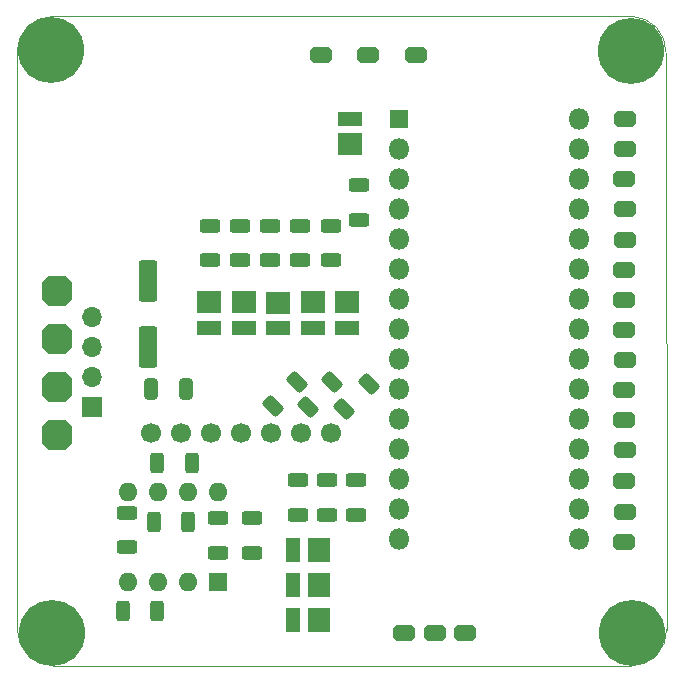
<source format=gts>
G04 #@! TF.GenerationSoftware,KiCad,Pcbnew,(6.0.11)*
G04 #@! TF.CreationDate,2023-03-02T01:09:38+03:00*
G04 #@! TF.ProjectId,Device-1,44657669-6365-42d3-912e-6b696361645f,rev?*
G04 #@! TF.SameCoordinates,Original*
G04 #@! TF.FileFunction,Soldermask,Top*
G04 #@! TF.FilePolarity,Negative*
%FSLAX46Y46*%
G04 Gerber Fmt 4.6, Leading zero omitted, Abs format (unit mm)*
G04 Created by KiCad (PCBNEW (6.0.11)) date 2023-03-02 01:09:38*
%MOMM*%
%LPD*%
G01*
G04 APERTURE LIST*
G04 Aperture macros list*
%AMRoundRect*
0 Rectangle with rounded corners*
0 $1 Rounding radius*
0 $2 $3 $4 $5 $6 $7 $8 $9 X,Y pos of 4 corners*
0 Add a 4 corners polygon primitive as box body*
4,1,4,$2,$3,$4,$5,$6,$7,$8,$9,$2,$3,0*
0 Add four circle primitives for the rounded corners*
1,1,$1+$1,$2,$3*
1,1,$1+$1,$4,$5*
1,1,$1+$1,$6,$7*
1,1,$1+$1,$8,$9*
0 Add four rect primitives between the rounded corners*
20,1,$1+$1,$2,$3,$4,$5,0*
20,1,$1+$1,$4,$5,$6,$7,0*
20,1,$1+$1,$6,$7,$8,$9,0*
20,1,$1+$1,$8,$9,$2,$3,0*%
%AMOutline5P*
0 Free polygon, 5 corners , with rotation*
0 The origin of the aperture is its center*
0 number of corners: always 5*
0 $1 to $10 corner X, Y*
0 $11 Rotation angle, in degrees counterclockwise*
0 create outline with 5 corners*
4,1,5,$1,$2,$3,$4,$5,$6,$7,$8,$9,$10,$1,$2,$11*%
%AMOutline6P*
0 Free polygon, 6 corners , with rotation*
0 The origin of the aperture is its center*
0 number of corners: always 6*
0 $1 to $12 corner X, Y*
0 $13 Rotation angle, in degrees counterclockwise*
0 create outline with 6 corners*
4,1,6,$1,$2,$3,$4,$5,$6,$7,$8,$9,$10,$11,$12,$1,$2,$13*%
%AMOutline7P*
0 Free polygon, 7 corners , with rotation*
0 The origin of the aperture is its center*
0 number of corners: always 7*
0 $1 to $14 corner X, Y*
0 $15 Rotation angle, in degrees counterclockwise*
0 create outline with 7 corners*
4,1,7,$1,$2,$3,$4,$5,$6,$7,$8,$9,$10,$11,$12,$13,$14,$1,$2,$15*%
%AMOutline8P*
0 Free polygon, 8 corners , with rotation*
0 The origin of the aperture is its center*
0 number of corners: always 8*
0 $1 to $16 corner X, Y*
0 $17 Rotation angle, in degrees counterclockwise*
0 create outline with 8 corners*
4,1,8,$1,$2,$3,$4,$5,$6,$7,$8,$9,$10,$11,$12,$13,$14,$15,$16,$1,$2,$17*%
G04 Aperture macros list end*
G04 #@! TA.AperFunction,Profile*
%ADD10C,0.100000*%
G04 #@! TD*
%ADD11RoundRect,0.250000X-0.220971X0.662913X-0.662913X0.220971X0.220971X-0.662913X0.662913X-0.220971X0*%
%ADD12RoundRect,0.250000X-0.550000X1.500000X-0.550000X-1.500000X0.550000X-1.500000X0.550000X1.500000X0*%
%ADD13Outline8P,-0.900000X0.420000X-0.620000X0.700000X0.620000X0.700000X0.900000X0.420000X0.900000X-0.420000X0.620000X-0.700000X-0.620000X-0.700000X-0.900000X-0.420000X0.000000*%
%ADD14R,2.000000X1.950000*%
%ADD15R,2.000000X1.300000*%
%ADD16RoundRect,0.250000X-0.625000X0.312500X-0.625000X-0.312500X0.625000X-0.312500X0.625000X0.312500X0*%
%ADD17RoundRect,0.250000X0.625000X-0.312500X0.625000X0.312500X-0.625000X0.312500X-0.625000X-0.312500X0*%
%ADD18R,1.700000X1.700000*%
%ADD19O,1.700000X1.700000*%
%ADD20R,1.950000X2.000000*%
%ADD21R,1.300000X2.000000*%
%ADD22C,5.600000*%
%ADD23RoundRect,0.250000X0.325000X0.650000X-0.325000X0.650000X-0.325000X-0.650000X0.325000X-0.650000X0*%
%ADD24RoundRect,0.250000X-0.312500X-0.625000X0.312500X-0.625000X0.312500X0.625000X-0.312500X0.625000X0*%
%ADD25RoundRect,0.250000X0.312500X0.625000X-0.312500X0.625000X-0.312500X-0.625000X0.312500X-0.625000X0*%
%ADD26R,1.600000X1.600000*%
%ADD27O,1.800000X1.800000*%
%ADD28Outline8P,-1.250000X0.750000X-0.750000X1.250000X0.750000X1.250000X1.250000X0.750000X1.250000X-0.750000X0.750000X-1.250000X-0.750000X-1.250000X-1.250000X-0.750000X0.000000*%
%ADD29C,1.700000*%
%ADD30O,1.600000X1.600000*%
G04 APERTURE END LIST*
D10*
X12954000Y-16002000D02*
X13004370Y-64922400D01*
X66447246Y-64922400D02*
G75*
G03*
X66447246Y-64922400I-1524846J0D01*
G01*
X64973200Y-67970400D02*
G75*
G03*
X67970400Y-64871600I-50800J3048000D01*
G01*
X66447246Y-15951200D02*
G75*
G03*
X66447246Y-15951200I-1524846J0D01*
G01*
X16052800Y-67919600D02*
X64973200Y-67970400D01*
X17526846Y-64922400D02*
G75*
G03*
X17526846Y-64922400I-1524846J0D01*
G01*
X13004370Y-64922400D02*
G75*
G03*
X16052800Y-67919600I2997630J0D01*
G01*
X67919656Y-16051109D02*
G75*
G03*
X65024000Y-12954001I-2997256J99909D01*
G01*
X67970400Y-64871600D02*
X67919656Y-16051109D01*
X17526000Y-16002000D02*
G75*
G03*
X17526000Y-16002000I-1524000J0D01*
G01*
X65024000Y-12954001D02*
X16002000Y-12954000D01*
X16002000Y-12954000D02*
G75*
G03*
X12954000Y-16002000I0J-3048000D01*
G01*
D11*
X34602056Y-45941344D03*
X36670344Y-43873056D03*
X40672656Y-46169944D03*
X42740944Y-44101656D03*
X37599256Y-46017544D03*
X39667544Y-43949256D03*
D12*
X24028400Y-35376200D03*
X24028400Y-40976200D03*
D13*
X64414400Y-54889400D03*
X64389000Y-36957000D03*
D14*
X41173400Y-23799800D03*
D15*
X41173400Y-21615400D03*
D13*
X64389000Y-52324000D03*
X64414400Y-21640800D03*
D16*
X32842200Y-55458900D03*
X32842200Y-58383900D03*
D17*
X31820200Y-33612400D03*
X31820200Y-30687400D03*
D18*
X19304400Y-46014800D03*
D19*
X19304400Y-43474800D03*
X19304400Y-40934800D03*
X19304400Y-38394800D03*
D13*
X50927000Y-65201800D03*
X64389000Y-44577000D03*
X64389000Y-34417000D03*
D17*
X36753800Y-55147400D03*
X36753800Y-52222400D03*
D14*
X40919400Y-37160200D03*
D15*
X40919400Y-39344600D03*
D20*
X38531800Y-64084200D03*
D21*
X36347400Y-64084200D03*
D22*
X15925800Y-65125600D03*
D13*
X64414400Y-49682400D03*
D22*
X15824200Y-15824200D03*
D17*
X39217600Y-55158100D03*
X39217600Y-52233100D03*
D23*
X27256000Y-44500800D03*
X24306000Y-44500800D03*
D24*
X24851900Y-50774600D03*
X27776900Y-50774600D03*
D13*
X64389000Y-57480200D03*
D17*
X29331000Y-30680400D03*
X29331000Y-33605400D03*
X36900200Y-33605400D03*
X36900200Y-30680400D03*
D16*
X41910000Y-27264900D03*
X41910000Y-30189900D03*
D13*
X64389000Y-47117000D03*
D20*
X38511750Y-61061600D03*
D21*
X36327350Y-61061600D03*
D25*
X27472100Y-55778400D03*
X24547100Y-55778400D03*
D13*
X64414400Y-29260800D03*
X64414400Y-31851600D03*
D16*
X29997400Y-55458900D03*
X29997400Y-58383900D03*
D13*
X64389000Y-39497000D03*
D26*
X45349000Y-21615400D03*
D27*
X45349000Y-24155400D03*
X45349000Y-26695400D03*
X45349000Y-29235400D03*
X45349000Y-31775400D03*
X45349000Y-34315400D03*
X45349000Y-36855400D03*
X45349000Y-39395400D03*
X45349000Y-41935400D03*
X45349000Y-44475400D03*
X45349000Y-47015400D03*
X45349000Y-49555400D03*
X45349000Y-52095400D03*
X45349000Y-54635400D03*
X45349000Y-57175400D03*
X60589000Y-57175400D03*
X60589000Y-54635400D03*
X60589000Y-52095400D03*
X60589000Y-49555400D03*
X60589000Y-47015400D03*
X60589000Y-44475400D03*
X60589000Y-41935400D03*
X60589000Y-39395400D03*
X60589000Y-36855400D03*
X60589000Y-34315400D03*
X60589000Y-31775400D03*
X60589000Y-29235400D03*
X60589000Y-26695400D03*
X60589000Y-24155400D03*
X60589000Y-21615400D03*
D17*
X34411000Y-33605400D03*
X34411000Y-30680400D03*
X39522400Y-33593500D03*
X39522400Y-30668500D03*
D13*
X64389000Y-26695400D03*
D24*
X21930900Y-63271400D03*
X24855900Y-63271400D03*
D13*
X38684200Y-16205200D03*
X48361600Y-65176400D03*
D14*
X38023800Y-37160200D03*
D15*
X38023800Y-39344600D03*
D17*
X41681400Y-52222400D03*
X41681400Y-55147400D03*
D13*
X46786800Y-16205200D03*
D22*
X65049400Y-65151000D03*
D14*
X35077400Y-37185600D03*
D15*
X35077400Y-39370000D03*
D20*
X38537150Y-58160000D03*
D21*
X36352750Y-58160000D03*
D22*
X64922400Y-15925800D03*
D13*
X45770800Y-65176400D03*
D16*
X22275800Y-54976300D03*
X22275800Y-57901300D03*
D14*
X32156400Y-37160200D03*
D15*
X32156400Y-39344600D03*
D13*
X64414400Y-42062400D03*
X42697400Y-16256000D03*
D28*
X16332200Y-48399700D03*
X16383000Y-44310300D03*
X16383000Y-40271700D03*
X16332200Y-36182300D03*
D13*
X64414400Y-24180800D03*
D14*
X29235400Y-37160200D03*
D15*
X29235400Y-39344600D03*
D29*
X24333200Y-48209200D03*
X26873200Y-48209200D03*
X29413200Y-48209200D03*
X31953200Y-48209200D03*
X34493200Y-48209200D03*
X37033200Y-48209200D03*
X39573200Y-48209200D03*
D26*
X29972000Y-60807600D03*
D30*
X27432000Y-60807600D03*
X24892000Y-60807600D03*
X22352000Y-60807600D03*
X22352000Y-53187600D03*
X24892000Y-53187600D03*
X27432000Y-53187600D03*
X29972000Y-53187600D03*
M02*

</source>
